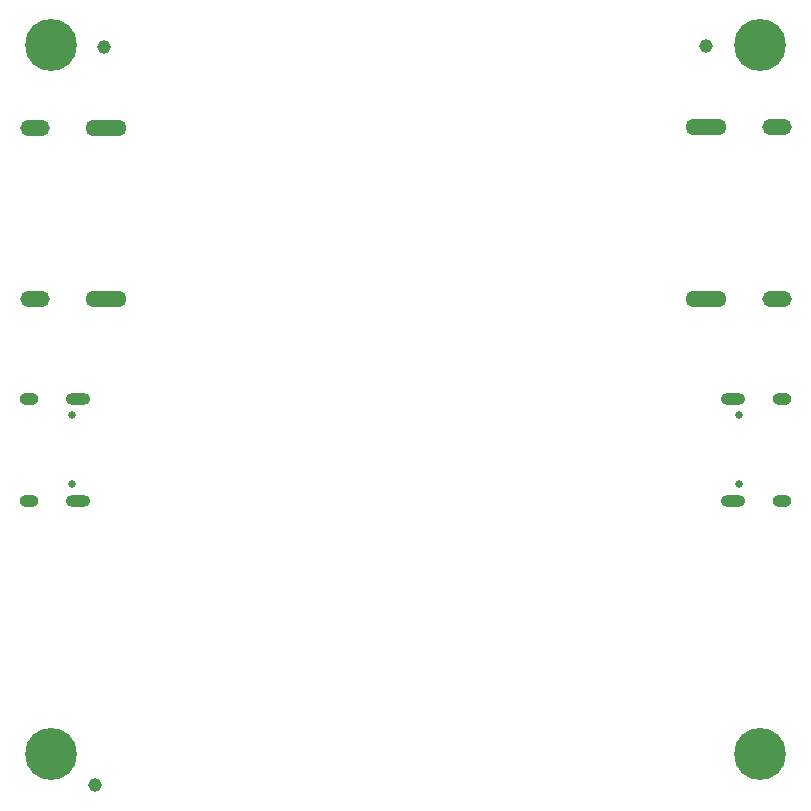
<source format=gbs>
G04 #@! TF.GenerationSoftware,KiCad,Pcbnew,8.0.5*
G04 #@! TF.CreationDate,2024-09-21T15:02:20-07:00*
G04 #@! TF.ProjectId,HDMI Breakout,48444d49-2042-4726-9561-6b6f75742e6b,rev?*
G04 #@! TF.SameCoordinates,Original*
G04 #@! TF.FileFunction,Soldermask,Bot*
G04 #@! TF.FilePolarity,Negative*
%FSLAX46Y46*%
G04 Gerber Fmt 4.6, Leading zero omitted, Abs format (unit mm)*
G04 Created by KiCad (PCBNEW 8.0.5) date 2024-09-21 15:02:20*
%MOMM*%
%LPD*%
G01*
G04 APERTURE LIST*
%ADD10C,0.650000*%
%ADD11O,2.100000X1.000000*%
%ADD12O,1.600000X1.000000*%
%ADD13C,1.152000*%
%ADD14C,4.400000*%
%ADD15O,3.500000X1.350000*%
%ADD16O,2.500000X1.350000*%
G04 APERTURE END LIST*
D10*
X56780000Y-86360000D03*
X56780000Y-92140000D03*
D11*
X57280000Y-84930000D03*
D12*
X53100000Y-84930000D03*
D11*
X57280000Y-93570000D03*
D12*
X53100000Y-93570000D03*
D13*
X110420000Y-55110000D03*
X58750000Y-117640000D03*
D14*
X115000000Y-55000000D03*
D15*
X59624959Y-62012700D03*
D16*
X53624959Y-62012700D03*
D15*
X59624959Y-76512700D03*
D16*
X53624959Y-76512700D03*
D14*
X115000000Y-115000000D03*
D13*
X59510000Y-55130000D03*
D10*
X113220000Y-92140000D03*
X113220000Y-86360000D03*
D11*
X112720000Y-93570000D03*
D12*
X116900000Y-93570000D03*
D11*
X112720000Y-84930000D03*
D12*
X116900000Y-84930000D03*
D14*
X55000000Y-55000000D03*
X55000000Y-115000000D03*
D15*
X110415041Y-76467300D03*
D16*
X116415041Y-76467300D03*
D15*
X110415041Y-61967300D03*
D16*
X116415041Y-61967300D03*
M02*

</source>
